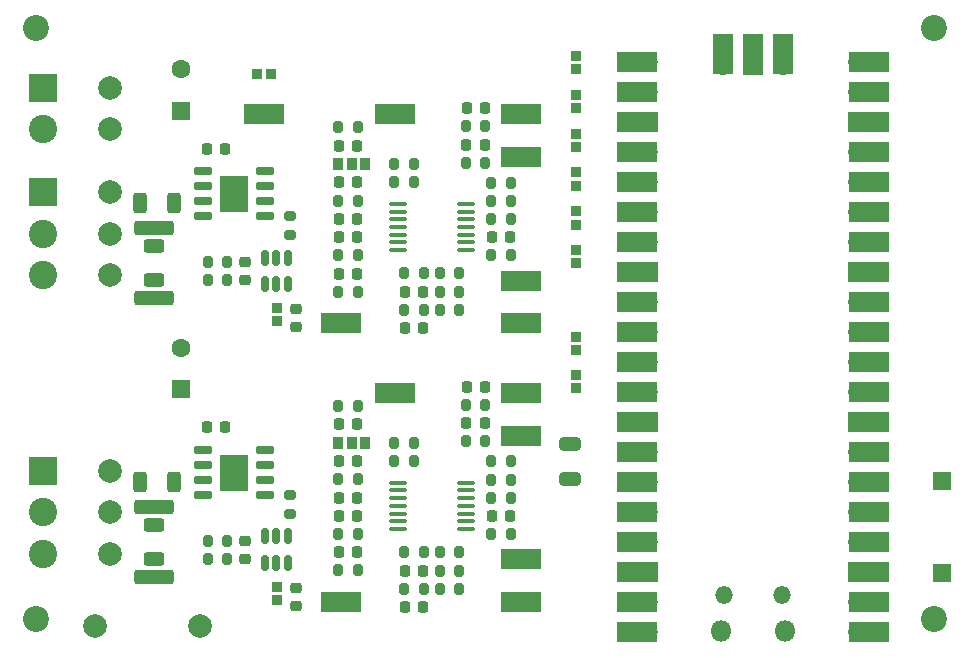
<source format=gts>
G04 #@! TF.GenerationSoftware,KiCad,Pcbnew,(6.0.2)*
G04 #@! TF.CreationDate,2023-01-29T12:52:02-08:00*
G04 #@! TF.ProjectId,ripplecounter,72697070-6c65-4636-9f75-6e7465722e6b,rev?*
G04 #@! TF.SameCoordinates,Original*
G04 #@! TF.FileFunction,Soldermask,Top*
G04 #@! TF.FilePolarity,Negative*
%FSLAX46Y46*%
G04 Gerber Fmt 4.6, Leading zero omitted, Abs format (unit mm)*
G04 Created by KiCad (PCBNEW (6.0.2)) date 2023-01-29 12:52:02*
%MOMM*%
%LPD*%
G01*
G04 APERTURE LIST*
G04 Aperture macros list*
%AMRoundRect*
0 Rectangle with rounded corners*
0 $1 Rounding radius*
0 $2 $3 $4 $5 $6 $7 $8 $9 X,Y pos of 4 corners*
0 Add a 4 corners polygon primitive as box body*
4,1,4,$2,$3,$4,$5,$6,$7,$8,$9,$2,$3,0*
0 Add four circle primitives for the rounded corners*
1,1,$1+$1,$2,$3*
1,1,$1+$1,$4,$5*
1,1,$1+$1,$6,$7*
1,1,$1+$1,$8,$9*
0 Add four rect primitives between the rounded corners*
20,1,$1+$1,$2,$3,$4,$5,0*
20,1,$1+$1,$4,$5,$6,$7,0*
20,1,$1+$1,$6,$7,$8,$9,0*
20,1,$1+$1,$8,$9,$2,$3,0*%
G04 Aperture macros list end*
%ADD10RoundRect,0.150000X0.650000X0.150000X-0.650000X0.150000X-0.650000X-0.150000X0.650000X-0.150000X0*%
%ADD11R,2.410000X3.100000*%
%ADD12R,0.950000X0.875000*%
%ADD13RoundRect,0.200000X-0.200000X-0.275000X0.200000X-0.275000X0.200000X0.275000X-0.200000X0.275000X0*%
%ADD14RoundRect,0.218750X0.218750X0.256250X-0.218750X0.256250X-0.218750X-0.256250X0.218750X-0.256250X0*%
%ADD15C,2.000000*%
%ADD16R,1.500000X1.500000*%
%ADD17R,3.400000X1.800000*%
%ADD18RoundRect,0.200000X0.200000X0.275000X-0.200000X0.275000X-0.200000X-0.275000X0.200000X-0.275000X0*%
%ADD19RoundRect,0.225000X0.225000X0.250000X-0.225000X0.250000X-0.225000X-0.250000X0.225000X-0.250000X0*%
%ADD20RoundRect,0.225000X-0.225000X-0.250000X0.225000X-0.250000X0.225000X0.250000X-0.225000X0.250000X0*%
%ADD21R,1.600000X1.600000*%
%ADD22C,1.600000*%
%ADD23RoundRect,0.250000X1.425000X-0.362500X1.425000X0.362500X-1.425000X0.362500X-1.425000X-0.362500X0*%
%ADD24RoundRect,0.250000X0.625000X-0.312500X0.625000X0.312500X-0.625000X0.312500X-0.625000X-0.312500X0*%
%ADD25RoundRect,0.250000X-0.312500X-0.625000X0.312500X-0.625000X0.312500X0.625000X-0.312500X0.625000X0*%
%ADD26C,2.200000*%
%ADD27RoundRect,0.200000X-0.275000X0.200000X-0.275000X-0.200000X0.275000X-0.200000X0.275000X0.200000X0*%
%ADD28RoundRect,0.225000X0.250000X-0.225000X0.250000X0.225000X-0.250000X0.225000X-0.250000X-0.225000X0*%
%ADD29R,1.700000X3.500000*%
%ADD30O,1.700000X1.700000*%
%ADD31R,1.700000X1.700000*%
%ADD32R,3.500000X1.700000*%
%ADD33O,1.800000X1.800000*%
%ADD34O,1.500000X1.500000*%
%ADD35R,2.400000X2.400000*%
%ADD36C,2.400000*%
%ADD37RoundRect,0.100000X-0.637500X-0.100000X0.637500X-0.100000X0.637500X0.100000X-0.637500X0.100000X0*%
%ADD38RoundRect,0.250000X0.650000X-0.325000X0.650000X0.325000X-0.650000X0.325000X-0.650000X-0.325000X0*%
%ADD39RoundRect,0.150000X-0.150000X0.512500X-0.150000X-0.512500X0.150000X-0.512500X0.150000X0.512500X0*%
%ADD40R,0.875000X1.000000*%
%ADD41R,0.875000X0.950000*%
%ADD42RoundRect,0.225000X-0.250000X0.225000X-0.250000X-0.225000X0.250000X-0.225000X0.250000X0.225000X0*%
G04 APERTURE END LIST*
D10*
X72415000Y-92540000D03*
X72415000Y-91270000D03*
X72415000Y-90000000D03*
X72415000Y-88730000D03*
X67115000Y-88730000D03*
X67115000Y-90000000D03*
X67115000Y-91270000D03*
X67115000Y-92540000D03*
D11*
X69765000Y-90635000D03*
D10*
X72415000Y-68940000D03*
X72415000Y-67670000D03*
X72415000Y-66400000D03*
X72415000Y-65130000D03*
X67115000Y-65130000D03*
X67115000Y-66400000D03*
X67115000Y-67670000D03*
X67115000Y-68940000D03*
D11*
X69765000Y-67035000D03*
D12*
X98700000Y-83512500D03*
X98700000Y-82387500D03*
X98700000Y-59787500D03*
X98700000Y-58662500D03*
X98700000Y-79137500D03*
X98700000Y-80262500D03*
X98700000Y-56505000D03*
X98700000Y-55380000D03*
X98700000Y-71792500D03*
X98700000Y-72917500D03*
X98700000Y-68510000D03*
X98700000Y-69635000D03*
X98700000Y-66352500D03*
X98700000Y-65227500D03*
X98700000Y-63070000D03*
X98700000Y-61945000D03*
D13*
X84158750Y-97368750D03*
X85808750Y-97368750D03*
D14*
X90996250Y-62860000D03*
X89421250Y-62860000D03*
D15*
X59215000Y-61550000D03*
D16*
X129680000Y-91350000D03*
X129680000Y-99150000D03*
D17*
X78808750Y-77990000D03*
X94088750Y-87498750D03*
D13*
X91533750Y-92775000D03*
X93183750Y-92775000D03*
D17*
X94088750Y-101590000D03*
D18*
X80233750Y-75318750D03*
X78583750Y-75318750D03*
D19*
X80183750Y-62950001D03*
X78633750Y-62950001D03*
X93133750Y-94300000D03*
X91583750Y-94300000D03*
D18*
X80233750Y-95843750D03*
X78583750Y-95843750D03*
D20*
X84208750Y-102025000D03*
X85758750Y-102025000D03*
D13*
X91533750Y-91225000D03*
X93183750Y-91225000D03*
D21*
X65300000Y-83596250D03*
D22*
X65300000Y-80096250D03*
D13*
X87158750Y-76868750D03*
X88808750Y-76868750D03*
D17*
X94088750Y-77990000D03*
D20*
X67440000Y-63200000D03*
X68990000Y-63200000D03*
D17*
X78808750Y-101590000D03*
D18*
X69170000Y-97952500D03*
X67520000Y-97952500D03*
D17*
X94088750Y-74390000D03*
D13*
X89383750Y-61320000D03*
X91033750Y-61320000D03*
D23*
X63015000Y-99462500D03*
X63015000Y-93537500D03*
D15*
X59215000Y-90500000D03*
X57950000Y-103600000D03*
D20*
X67440000Y-86800000D03*
X68990000Y-86800000D03*
D12*
X73350000Y-100287500D03*
X73350000Y-101412500D03*
D15*
X59215000Y-73900000D03*
D18*
X93183750Y-95850000D03*
X91533750Y-95850000D03*
D24*
X63015000Y-74362500D03*
X63015000Y-71437500D03*
D19*
X80183750Y-86550001D03*
X78633750Y-86550001D03*
D25*
X61765000Y-67800000D03*
X64690000Y-67800000D03*
D18*
X69170000Y-74352500D03*
X67520000Y-74352500D03*
D21*
X65300000Y-59996250D03*
D22*
X65300000Y-56496250D03*
D26*
X129000000Y-53000000D03*
D27*
X74490000Y-92500000D03*
X74490000Y-94150000D03*
D18*
X80233750Y-98918750D03*
X78583750Y-98918750D03*
D19*
X80183750Y-69168750D03*
X78633750Y-69168750D03*
D17*
X83348270Y-60313608D03*
D28*
X75000000Y-101925000D03*
X75000000Y-100375000D03*
D29*
X111160000Y-55225000D03*
D30*
X111160000Y-56125000D03*
D31*
X113700000Y-56125000D03*
D29*
X113700000Y-55225000D03*
X116240000Y-55225000D03*
D30*
X116240000Y-56125000D03*
D32*
X103910000Y-104155000D03*
D30*
X104810000Y-104155000D03*
D32*
X103910000Y-101615000D03*
D30*
X104810000Y-101615000D03*
D32*
X103910000Y-99075000D03*
D31*
X104810000Y-99075000D03*
D30*
X104810000Y-96535000D03*
D32*
X103910000Y-96535000D03*
D30*
X104810000Y-93995000D03*
D32*
X103910000Y-93995000D03*
D30*
X104810000Y-91455000D03*
D32*
X103910000Y-91455000D03*
X103910000Y-88915000D03*
D30*
X104810000Y-88915000D03*
D31*
X104810000Y-86375000D03*
D32*
X103910000Y-86375000D03*
D30*
X104810000Y-83835000D03*
D32*
X103910000Y-83835000D03*
X103910000Y-81295000D03*
D30*
X104810000Y-81295000D03*
D32*
X103910000Y-78755000D03*
D30*
X104810000Y-78755000D03*
X104810000Y-76215000D03*
D32*
X103910000Y-76215000D03*
X103910000Y-73675000D03*
D31*
X104810000Y-73675000D03*
D32*
X103910000Y-71135000D03*
D30*
X104810000Y-71135000D03*
X104810000Y-68595000D03*
D32*
X103910000Y-68595000D03*
X103910000Y-66055000D03*
D30*
X104810000Y-66055000D03*
D32*
X103910000Y-63515000D03*
D30*
X104810000Y-63515000D03*
D31*
X104810000Y-60975000D03*
D32*
X103910000Y-60975000D03*
X103910000Y-58435000D03*
D30*
X104810000Y-58435000D03*
D32*
X103910000Y-55895000D03*
D30*
X104810000Y-55895000D03*
D32*
X123490000Y-55895000D03*
D30*
X122590000Y-55895000D03*
D32*
X123490000Y-58435000D03*
D30*
X122590000Y-58435000D03*
D31*
X122590000Y-60975000D03*
D32*
X123490000Y-60975000D03*
X123490000Y-63515000D03*
D30*
X122590000Y-63515000D03*
X122590000Y-66055000D03*
D32*
X123490000Y-66055000D03*
X123490000Y-68595000D03*
D30*
X122590000Y-68595000D03*
X122590000Y-71135000D03*
D32*
X123490000Y-71135000D03*
X123490000Y-73675000D03*
D31*
X122590000Y-73675000D03*
D30*
X122590000Y-76215000D03*
D32*
X123490000Y-76215000D03*
D30*
X122590000Y-78755000D03*
D32*
X123490000Y-78755000D03*
D30*
X122590000Y-81295000D03*
D32*
X123490000Y-81295000D03*
X123490000Y-83835000D03*
D30*
X122590000Y-83835000D03*
D32*
X123490000Y-86375000D03*
D31*
X122590000Y-86375000D03*
D32*
X123490000Y-88915000D03*
D30*
X122590000Y-88915000D03*
X122590000Y-91455000D03*
D32*
X123490000Y-91455000D03*
X123490000Y-93995000D03*
D30*
X122590000Y-93995000D03*
D32*
X123490000Y-96535000D03*
D30*
X122590000Y-96535000D03*
D32*
X123490000Y-99075000D03*
D31*
X122590000Y-99075000D03*
D30*
X122590000Y-101615000D03*
D32*
X123490000Y-101615000D03*
X123490000Y-104155000D03*
D30*
X122590000Y-104155000D03*
D33*
X110975000Y-104025000D03*
X116425000Y-104025000D03*
D34*
X111275000Y-100995000D03*
X116125000Y-100995000D03*
D13*
X91533750Y-69175000D03*
X93183750Y-69175000D03*
D19*
X85758750Y-98925000D03*
X84208750Y-98925000D03*
D13*
X87158750Y-98925000D03*
X88808750Y-98925000D03*
D26*
X129000000Y-103000000D03*
D13*
X87158750Y-75325000D03*
X88808750Y-75325000D03*
D35*
X53615000Y-58050000D03*
D36*
X53615000Y-61550000D03*
D13*
X91533750Y-66075000D03*
X93183750Y-66075000D03*
X83323270Y-66073608D03*
X84973270Y-66073608D03*
D19*
X80183750Y-92768750D03*
X78633750Y-92768750D03*
D17*
X83348270Y-83913608D03*
D37*
X83646250Y-91500000D03*
X83646250Y-92150000D03*
X83646250Y-92800000D03*
X83646250Y-93450000D03*
X83646250Y-94100000D03*
X83646250Y-94750000D03*
X83646250Y-95400000D03*
X89371250Y-95400000D03*
X89371250Y-94750000D03*
X89371250Y-94100000D03*
X89371250Y-93450000D03*
X89371250Y-92800000D03*
X89371250Y-92150000D03*
X89371250Y-91500000D03*
D13*
X84158750Y-73768750D03*
X85808750Y-73768750D03*
D17*
X94088750Y-97990000D03*
D14*
X90996250Y-86460000D03*
X89421250Y-86460000D03*
D23*
X63015000Y-75862500D03*
X63015000Y-69937500D03*
D38*
X98200000Y-88250000D03*
X98200000Y-91200000D03*
D18*
X69170000Y-96402500D03*
X67520000Y-96402500D03*
D19*
X80183750Y-70706250D03*
X78633750Y-70706250D03*
D17*
X94088750Y-63898750D03*
D20*
X89443750Y-59790000D03*
X90993750Y-59790000D03*
D18*
X91033750Y-64400000D03*
X89383750Y-64400000D03*
D20*
X78633750Y-73781250D03*
X80183750Y-73781250D03*
D18*
X91033750Y-88000000D03*
X89383750Y-88000000D03*
D19*
X85758750Y-75325000D03*
X84208750Y-75325000D03*
X80183750Y-66068750D03*
X78633750Y-66068750D03*
D13*
X84158750Y-76868750D03*
X85808750Y-76868750D03*
D19*
X80183750Y-89668750D03*
X78633750Y-89668750D03*
D24*
X63015000Y-97962500D03*
X63015000Y-95037500D03*
D28*
X75000000Y-76775000D03*
X75000000Y-78325000D03*
D19*
X80183750Y-94306250D03*
X78633750Y-94306250D03*
D39*
X74285000Y-72432500D03*
X73335000Y-72432500D03*
X72385000Y-72432500D03*
X72385000Y-74707500D03*
X73335000Y-74707500D03*
X74285000Y-74707500D03*
D18*
X80233750Y-72243750D03*
X78583750Y-72243750D03*
D26*
X53000000Y-103000000D03*
D15*
X59215000Y-58050000D03*
D19*
X93133750Y-70700000D03*
X91583750Y-70700000D03*
D12*
X73350000Y-76687500D03*
X73350000Y-77812500D03*
D13*
X78583750Y-61400000D03*
X80233750Y-61400000D03*
D40*
X80823750Y-64510000D03*
X79698750Y-64510000D03*
X78573750Y-64510000D03*
D20*
X89443750Y-83390000D03*
X90993750Y-83390000D03*
D18*
X69170000Y-72802500D03*
X67520000Y-72802500D03*
D20*
X78633750Y-97381250D03*
X80183750Y-97381250D03*
D15*
X59215000Y-66900000D03*
D27*
X74490000Y-68900000D03*
X74490000Y-70550000D03*
D17*
X94088750Y-60290000D03*
D15*
X66850000Y-103600000D03*
D41*
X72862500Y-56850000D03*
X71737500Y-56850000D03*
D25*
X61765000Y-91400000D03*
X64690000Y-91400000D03*
D13*
X83323270Y-89673608D03*
X84973270Y-89673608D03*
X91533750Y-89675000D03*
X93183750Y-89675000D03*
D18*
X84973270Y-64533608D03*
X83323270Y-64533608D03*
D26*
X53000000Y-53000000D03*
D13*
X78583750Y-85000000D03*
X80233750Y-85000000D03*
D18*
X88808750Y-97370000D03*
X87158750Y-97370000D03*
D35*
X53615000Y-90500000D03*
D36*
X53615000Y-94000000D03*
X53615000Y-97500000D03*
D18*
X80233750Y-67618750D03*
X78583750Y-67618750D03*
D39*
X74285000Y-96032500D03*
X73335000Y-96032500D03*
X72385000Y-96032500D03*
X72385000Y-98307500D03*
X73335000Y-98307500D03*
X74285000Y-98307500D03*
D15*
X59215000Y-70400000D03*
D40*
X80823750Y-88110000D03*
X79698750Y-88110000D03*
X78573750Y-88110000D03*
D42*
X70645000Y-72802500D03*
X70645000Y-74352500D03*
D15*
X59215000Y-97500000D03*
D18*
X84973270Y-88133608D03*
X83323270Y-88133608D03*
D20*
X84208750Y-78425000D03*
X85758750Y-78425000D03*
D17*
X94088750Y-83890000D03*
D13*
X91533750Y-67625000D03*
X93183750Y-67625000D03*
D18*
X88808750Y-73770000D03*
X87158750Y-73770000D03*
X80233750Y-91218750D03*
X78583750Y-91218750D03*
D35*
X53615000Y-66900000D03*
D36*
X53615000Y-70400000D03*
X53615000Y-73900000D03*
D13*
X84158750Y-100468750D03*
X85808750Y-100468750D03*
D15*
X59215000Y-94000000D03*
D13*
X89383750Y-84920000D03*
X91033750Y-84920000D03*
D18*
X93183750Y-72250000D03*
X91533750Y-72250000D03*
D42*
X70645000Y-96402500D03*
X70645000Y-97952500D03*
D17*
X72300000Y-60300000D03*
D37*
X83646250Y-67900000D03*
X83646250Y-68550000D03*
X83646250Y-69200000D03*
X83646250Y-69850000D03*
X83646250Y-70500000D03*
X83646250Y-71150000D03*
X83646250Y-71800000D03*
X89371250Y-71800000D03*
X89371250Y-71150000D03*
X89371250Y-70500000D03*
X89371250Y-69850000D03*
X89371250Y-69200000D03*
X89371250Y-68550000D03*
X89371250Y-67900000D03*
D13*
X87158750Y-100468750D03*
X88808750Y-100468750D03*
M02*

</source>
